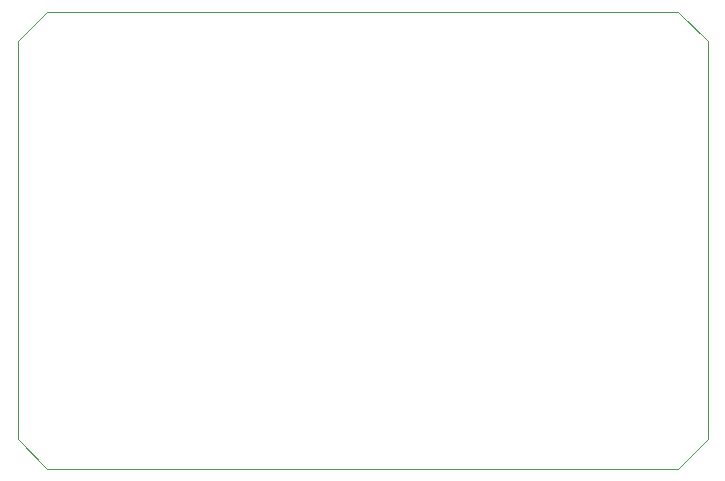
<source format=gbr>
%TF.GenerationSoftware,KiCad,Pcbnew,9.0.2*%
%TF.CreationDate,2025-06-15T19:42:48-07:00*%
%TF.ProjectId,led-usb-hub,6c65642d-7573-4622-9d68-75622e6b6963,rev?*%
%TF.SameCoordinates,PX37fb0e0PY47e8340*%
%TF.FileFunction,Profile,NP*%
%FSLAX46Y46*%
G04 Gerber Fmt 4.6, Leading zero omitted, Abs format (unit mm)*
G04 Created by KiCad (PCBNEW 9.0.2) date 2025-06-15 19:42:48*
%MOMM*%
%LPD*%
G01*
G04 APERTURE LIST*
%TA.AperFunction,Profile*%
%ADD10C,0.100000*%
%TD*%
G04 APERTURE END LIST*
D10*
X2500000Y0D02*
X0Y-2500000D01*
X0Y-36200000D02*
X0Y-2500000D01*
X58400000Y-36200000D02*
X58400000Y-2500000D01*
X2500000Y-38700000D02*
X0Y-36200000D01*
X55900000Y-38700000D02*
X58400000Y-36200000D01*
X55900000Y0D02*
X2500000Y0D01*
X2500000Y-38700000D02*
X55900000Y-38700000D01*
X55900000Y0D02*
X58400000Y-2500000D01*
M02*

</source>
